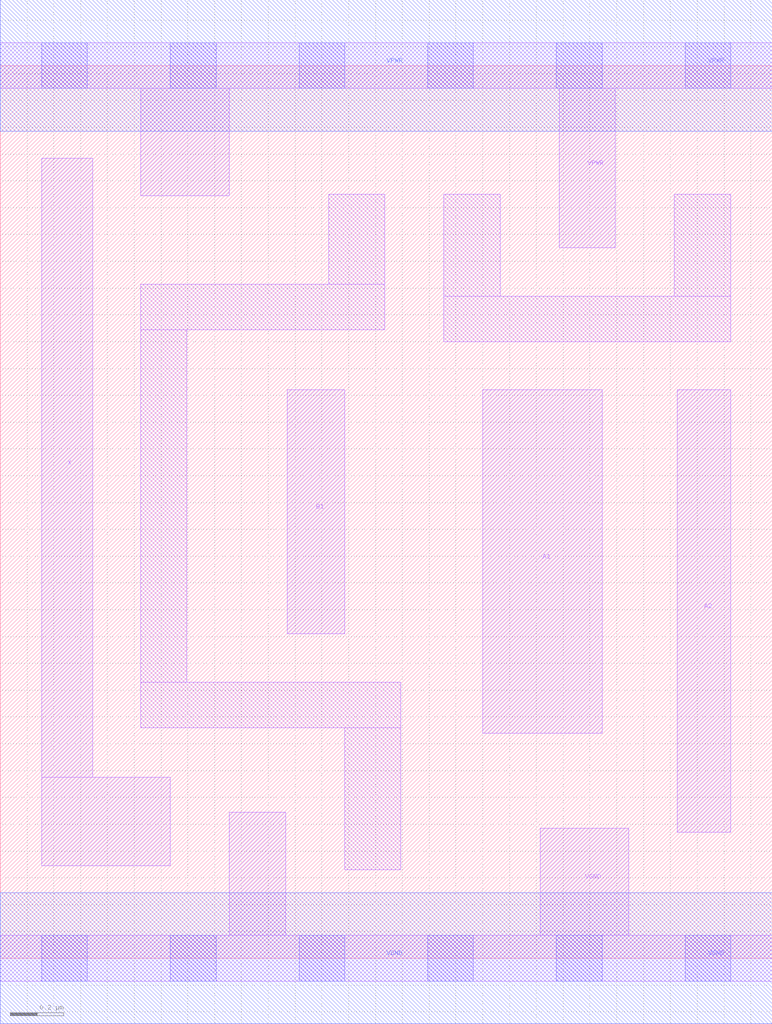
<source format=lef>
# Copyright 2020 The SkyWater PDK Authors
#
# Licensed under the Apache License, Version 2.0 (the "License");
# you may not use this file except in compliance with the License.
# You may obtain a copy of the License at
#
#     https://www.apache.org/licenses/LICENSE-2.0
#
# Unless required by applicable law or agreed to in writing, software
# distributed under the License is distributed on an "AS IS" BASIS,
# WITHOUT WARRANTIES OR CONDITIONS OF ANY KIND, either express or implied.
# See the License for the specific language governing permissions and
# limitations under the License.
#
# SPDX-License-Identifier: Apache-2.0

VERSION 5.7 ;
  NAMESCASESENSITIVE ON ;
  NOWIREEXTENSIONATPIN ON ;
  DIVIDERCHAR "/" ;
  BUSBITCHARS "[]" ;
UNITS
  DATABASE MICRONS 200 ;
END UNITS
MACRO sky130_fd_sc_lp__a21o_m
  CLASS CORE ;
  SOURCE USER ;
  FOREIGN sky130_fd_sc_lp__a21o_m ;
  ORIGIN  0.000000  0.000000 ;
  SIZE  2.880000 BY  3.330000 ;
  SYMMETRY X Y R90 ;
  SITE unit ;
  PIN A1
    ANTENNAGATEAREA  0.126000 ;
    DIRECTION INPUT ;
    USE SIGNAL ;
    PORT
      LAYER li1 ;
        RECT 1.800000 0.840000 2.245000 2.120000 ;
    END
  END A1
  PIN A2
    ANTENNAGATEAREA  0.126000 ;
    DIRECTION INPUT ;
    USE SIGNAL ;
    PORT
      LAYER li1 ;
        RECT 2.525000 0.470000 2.725000 2.120000 ;
    END
  END A2
  PIN B1
    ANTENNAGATEAREA  0.126000 ;
    DIRECTION INPUT ;
    USE SIGNAL ;
    PORT
      LAYER li1 ;
        RECT 1.070000 1.210000 1.285000 2.120000 ;
    END
  END B1
  PIN X
    ANTENNADIFFAREA  0.222600 ;
    DIRECTION OUTPUT ;
    USE SIGNAL ;
    PORT
      LAYER li1 ;
        RECT 0.155000 0.345000 0.635000 0.675000 ;
        RECT 0.155000 0.675000 0.345000 2.985000 ;
    END
  END X
  PIN VGND
    DIRECTION INOUT ;
    USE GROUND ;
    PORT
      LAYER li1 ;
        RECT 0.000000 -0.085000 2.880000 0.085000 ;
        RECT 0.855000  0.085000 1.065000 0.545000 ;
        RECT 2.015000  0.085000 2.345000 0.485000 ;
      LAYER mcon ;
        RECT 0.155000 -0.085000 0.325000 0.085000 ;
        RECT 0.635000 -0.085000 0.805000 0.085000 ;
        RECT 1.115000 -0.085000 1.285000 0.085000 ;
        RECT 1.595000 -0.085000 1.765000 0.085000 ;
        RECT 2.075000 -0.085000 2.245000 0.085000 ;
        RECT 2.555000 -0.085000 2.725000 0.085000 ;
      LAYER met1 ;
        RECT 0.000000 -0.245000 2.880000 0.245000 ;
    END
  END VGND
  PIN VPWR
    DIRECTION INOUT ;
    USE POWER ;
    PORT
      LAYER li1 ;
        RECT 0.000000 3.245000 2.880000 3.415000 ;
        RECT 0.525000 2.845000 0.855000 3.245000 ;
        RECT 2.085000 2.650000 2.295000 3.245000 ;
      LAYER mcon ;
        RECT 0.155000 3.245000 0.325000 3.415000 ;
        RECT 0.635000 3.245000 0.805000 3.415000 ;
        RECT 1.115000 3.245000 1.285000 3.415000 ;
        RECT 1.595000 3.245000 1.765000 3.415000 ;
        RECT 2.075000 3.245000 2.245000 3.415000 ;
        RECT 2.555000 3.245000 2.725000 3.415000 ;
      LAYER met1 ;
        RECT 0.000000 3.085000 2.880000 3.575000 ;
    END
  END VPWR
  OBS
    LAYER li1 ;
      RECT 0.525000 0.860000 1.495000 1.030000 ;
      RECT 0.525000 1.030000 0.695000 2.345000 ;
      RECT 0.525000 2.345000 1.435000 2.515000 ;
      RECT 1.225000 2.515000 1.435000 2.850000 ;
      RECT 1.285000 0.330000 1.495000 0.860000 ;
      RECT 1.655000 2.300000 2.725000 2.470000 ;
      RECT 1.655000 2.470000 1.865000 2.850000 ;
      RECT 2.515000 2.470000 2.725000 2.850000 ;
  END
END sky130_fd_sc_lp__a21o_m

</source>
